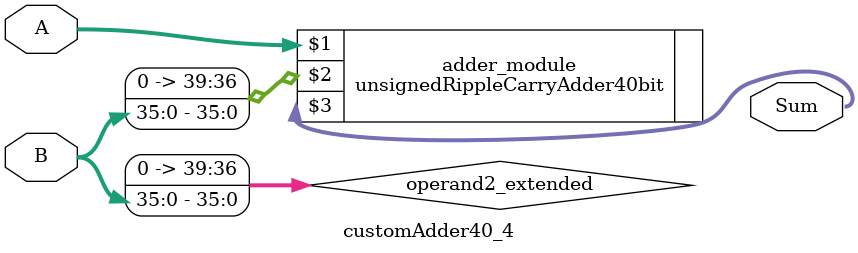
<source format=v>
module customAdder40_4(
                        input [39 : 0] A,
                        input [35 : 0] B,
                        
                        output [40 : 0] Sum
                );

        wire [39 : 0] operand2_extended;
        
        assign operand2_extended =  {4'b0, B};
        
        unsignedRippleCarryAdder40bit adder_module(
            A,
            operand2_extended,
            Sum
        );
        
        endmodule
        
</source>
